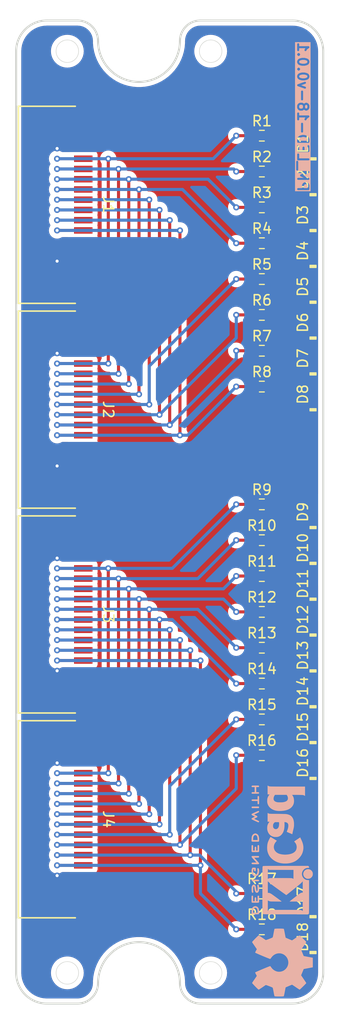
<source format=kicad_pcb>
(kicad_pcb (version 20240108) (generator "pcbnew") (generator_version "8.0")
  (title_block (title "${article} v${version}"))
  (layers (0 "F.Cu" signal) (31 "B.Cu" signal) (34 "B.Paste" user) (35 "F.Paste" user) (36 "B.SilkS" user "B.Silkscreen") (37 "F.SilkS" user "F.Silkscreen") (38 "B.Mask" user) (39 "F.Mask" user) (44 "Edge.Cuts" user))
  (property "article" "PM_LED-18")
  (property "version" "0.0.1")
  (net 0 "")
  (net 1 "GND")
  (net 2 "Net-(D9-A)")
  (net 3 "Net-(D10-A)")
  (net 4 "Net-(D1-A)")
  (net 5 "Net-(D2-A)")
  (net 6 "Net-(D3-A)")
  (net 7 "Net-(D4-A)")
  (net 8 "Net-(D5-A)")
  (net 9 "Net-(D6-A)")
  (net 10 "Net-(D7-A)")
  (net 11 "Net-(D8-A)")
  (net 12 "Net-(D11-A)")
  (net 13 "Net-(D12-A)")
  (net 14 "Net-(D13-A)")
  (net 15 "Net-(D14-A)")
  (net 16 "Net-(D15-A)")
  (net 17 "Net-(D16-A)")
  (net 18 "Net-(D17-A)")
  (net 19 "Net-(D18-A)")
  (net 20 "/LEDa.2")
  (net 21 "/LEDa.3")
  (net 22 "/LEDa.4")
  (net 23 "/LEDa.7")
  (net 24 "/LEDa.5")
  (net 25 "/LEDa.0")
  (net 26 "/LEDa.1")
  (net 27 "/LEDa.6")
  (net 32 "/LEDb.6")
  (net 33 "/LEDc.0")
  (net 34 "/LEDb.0")
  (net 35 "/LEDb.2")
  (net 36 "/LEDb.5")
  (net 37 "/LEDb.1")
  (net 38 "/LEDc.1")
  (net 39 "/LEDb.4")
  (net 40 "/LEDb.7")
  (net 41 "/LEDb.3")
  (footprint "Resistor_SMD:R_0603_1608Metric" (layer "F.Cu") (at 74.8 78.05)
    (property "Reference" "R5" (at 0 -1.43 0) (layer "F.SilkS"))
    (property "Value" "R")
    (pad "1" smd roundrect (at -0.825 0) (size 0.8 0.95) (layers "F.Cu" "F.Paste" "F.Mask") (net 22 "/LEDa.4"))
    (pad "2" smd roundrect (at 0.825 0) (size 0.8 0.95) (layers "F.Cu" "F.Paste" "F.Mask") (net 8 "Net-(D5-A)"))
  )
  (footprint "kicad_inventree_lib:XL-1606" (layer "F.Cu") (at 79.8 111.3 90)
    (property "Reference" "D12" (at 0 -1 90) (layer "F.SilkS"))
    (property "Value" "XL-1606SYGC" (hide yes))
    (pad "1" smd rect (at -0.815 0 90) (size 0.77 0.48) (layers "F.Cu" "F.Paste" "F.Mask") (net 1 "GND"))
    (pad "2" smd rect (at 0.815 0 90) (size 0.77 0.48) (layers "F.Cu" "F.Paste" "F.Mask") (net 13 "Net-(D12-A)"))
  )
  (footprint "Resistor_SMD:R_0603_1608Metric" (layer "F.Cu") (at 74.8 103.55)
    (property "Reference" "R10" (at 0 -1.43 0) (layer "F.SilkS"))
    (property "Value" "R")
    (pad "1" smd roundrect (at -0.825 0) (size 0.8 0.95) (layers "F.Cu" "F.Paste" "F.Mask") (net 37 "/LEDb.1"))
    (pad "2" smd roundrect (at 0.825 0) (size 0.8 0.95) (layers "F.Cu" "F.Paste" "F.Mask") (net 3 "Net-(D10-A)"))
  )
  (footprint "kicad_inventree_lib:MountingHole_M2" (layer "F.Cu") (at 55.8 145.8)
    (property "Reference" "H4" (hide yes))
    (property "Value" "MountingHole_M2")
    (fp_circle (center 0 0) (end 1.1 0) (stroke (width 0.05)) (fill none) (layer "Edge.Cuts"))
  )
  (footprint "kicad_inventree_lib:XL-1606" (layer "F.Cu") (at 79.8 68.3 90)
    (property "Reference" "D2" (at 0 -1 90) (layer "F.SilkS"))
    (property "Value" "XL-1606SYGC" (hide yes))
    (pad "1" smd rect (at -0.815 0 90) (size 0.77 0.48) (layers "F.Cu" "F.Paste" "F.Mask") (net 1 "GND"))
    (pad "2" smd rect (at 0.815 0 90) (size 0.77 0.48) (layers "F.Cu" "F.Paste" "F.Mask") (net 5 "Net-(D2-A)"))
  )
  (footprint "kicad_inventree_lib:XL-1606" (layer "F.Cu") (at 79.8 71.8 90)
    (property "Reference" "D3" (at 0 -1 90) (layer "F.SilkS"))
    (property "Value" "XL-1606SYGC" (hide yes))
    (pad "1" smd rect (at -0.815 0 90) (size 0.77 0.48) (layers "F.Cu" "F.Paste" "F.Mask") (net 1 "GND"))
    (pad "2" smd rect (at 0.815 0 90) (size 0.77 0.48) (layers "F.Cu" "F.Paste" "F.Mask") (net 6 "Net-(D3-A)"))
  )
  (footprint "Resistor_SMD:R_0603_1608Metric" (layer "F.Cu") (at 74.8 100.05)
    (property "Reference" "R9" (at 0 -1.43 0) (layer "F.SilkS"))
    (property "Value" "R")
    (pad "1" smd roundrect (at -0.825 0) (size 0.8 0.95) (layers "F.Cu" "F.Paste" "F.Mask") (net 34 "/LEDb.0"))
    (pad "2" smd roundrect (at 0.825 0) (size 0.8 0.95) (layers "F.Cu" "F.Paste" "F.Mask") (net 2 "Net-(D9-A)"))
  )
  (footprint "Resistor_SMD:R_0603_1608Metric" (layer "F.Cu") (at 74.8 71.05)
    (property "Reference" "R3" (at 0 -1.43 0) (layer "F.SilkS"))
    (property "Value" "R")
    (pad "1" smd roundrect (at -0.825 0) (size 0.8 0.95) (layers "F.Cu" "F.Paste" "F.Mask") (net 20 "/LEDa.2"))
    (pad "2" smd roundrect (at 0.825 0) (size 0.8 0.95) (layers "F.Cu" "F.Paste" "F.Mask") (net 6 "Net-(D3-A)"))
  )
  (footprint "Resistor_SMD:R_0603_1608Metric" (layer "F.Cu") (at 74.8 74.55)
    (property "Reference" "R4" (at 0 -1.43 0) (layer "F.SilkS"))
    (property "Value" "R")
    (pad "1" smd roundrect (at -0.825 0) (size 0.8 0.95) (layers "F.Cu" "F.Paste" "F.Mask") (net 21 "/LEDa.3"))
    (pad "2" smd roundrect (at 0.825 0) (size 0.8 0.95) (layers "F.Cu" "F.Paste" "F.Mask") (net 7 "Net-(D4-A)"))
  )
  (footprint "kicad_inventree_lib:CONN10_AFA07-S12_JUS" (layer "F.Cu") (at 53.8 70.8 -90)
    (property "Reference" "J1" (at 0 -6 -90) (layer "F.SilkS"))
    (property "Value" "AFA07-S12FCC-00")
    (pad "1" smd rect (at -5.499992 -3.556 270) (size 0.635 1.8034) (layers "F.Cu" "F.Paste" "F.Mask") (net 1 "GND"))
    (pad "2" smd rect (at -4.499994 -3.556 270) (size 0.635 1.8034) (layers "F.Cu" "F.Paste" "F.Mask") (net 25 "/LEDa.0"))
    (pad "3" smd rect (at -3.499996 -3.556 270) (size 0.635 1.8034) (layers "F.Cu" "F.Paste" "F.Mask") (net 26 "/LEDa.1"))
    (pad "4" smd rect (at -2.499998 -3.556 270) (size 0.635 1.8034) (layers "F.Cu" "F.Paste" "F.Mask") (net 20 "/LEDa.2"))
    (pad "5" smd rect (at -1.5 -3.556 270) (size 0.635 1.8034) (layers "F.Cu" "F.Paste" "F.Mask") (net 21 "/LEDa.3"))
    (pad "6" smd rect (at -0.5 -3.556 270) (size 0.635 1.8034) (layers "F.Cu" "F.Paste" "F.Mask") (net 22 "/LEDa.4"))
    (pad "7" smd rect (at 0.5 -3.556 270) (size 0.635 1.8034) (layers "F.Cu" "F.Paste" "F.Mask") (net 24 "/LEDa.5"))
    (pad "8" smd rect (at 1.5 -3.556 270) (size 0.635 1.8034) (layers "F.Cu" "F.Paste" "F.Mask") (net 27 "/LEDa.6"))
    (pad "9" smd rect (at 2.499998 -3.556 270) (size 0.635 1.8034) (layers "F.Cu" "F.Paste" "F.Mask") (net 23 "/LEDa.7"))
    (pad "10" smd rect (at 3.499996 -3.556 270) (size 0.635 1.8034) (layers "F.Cu" "F.Paste" "F.Mask"))
    (pad "11" smd rect (at 4.499994 -3.556 270) (size 0.635 1.8034) (layers "F.Cu" "F.Paste" "F.Mask"))
    (pad "12" smd rect (at 5.499992 -3.556 270) (size 0.635 1.8034) (layers "F.Cu" "F.Paste" "F.Mask") (net 1 "GND"))
    (pad "13" smd rect (at -7.850003 -1.385999 270) (size 2.5908 2.9972) (layers "F.Cu" "F.Paste" "F.Mask") (net 1 "GND"))
    (pad "13" smd rect (at 7.850003 -1.385999 270) (size 2.5908 2.9972) (layers "F.Cu" "F.Paste" "F.Mask") (net 1 "GND"))
  )
  (footprint "Resistor_SMD:R_0603_1608Metric" (layer "F.Cu") (at 74.8 110.55)
    (property "Reference" "R12" (at 0 -1.43 0) (layer "F.SilkS"))
    (property "Value" "R")
    (pad "1" smd roundrect (at -0.825 0) (size 0.8 0.95) (layers "F.Cu" "F.Paste" "F.Mask") (net 41 "/LEDb.3"))
    (pad "2" smd roundrect (at 0.825 0) (size 0.8 0.95) (layers "F.Cu" "F.Paste" "F.Mask") (net 13 "Net-(D12-A)"))
  )
  (footprint "kicad_inventree_lib:XL-1606" (layer "F.Cu") (at 79.8 104.3 90)
    (property "Reference" "D10" (at 0 -1 90) (layer "F.SilkS"))
    (property "Value" "XL-1606SYGC" (hide yes))
    (pad "1" smd rect (at -0.815 0 90) (size 0.77 0.48) (layers "F.Cu" "F.Paste" "F.Mask") (net 1 "GND"))
    (pad "2" smd rect (at 0.815 0 90) (size 0.77 0.48) (layers "F.Cu" "F.Paste" "F.Mask") (net 3 "Net-(D10-A)"))
  )
  (footprint "Resistor_SMD:R_0603_1608Metric" (layer "F.Cu") (at 74.8 117.55)
    (property "Reference" "R14" (at 0 -1.43 0) (layer "F.SilkS"))
    (property "Value" "R")
    (pad "1" smd roundrect (at -0.825 0) (size 0.8 0.95) (layers "F.Cu" "F.Paste" "F.Mask") (net 36 "/LEDb.5"))
    (pad "2" smd roundrect (at 0.825 0) (size 0.8 0.95) (layers "F.Cu" "F.Paste" "F.Mask") (net 15 "Net-(D14-A)"))
  )
  (footprint "kicad_inventree_lib:XL-1606" (layer "F.Cu") (at 79.8 89.3 90)
    (property "Reference" "D8" (at 0 -1 90) (layer "F.SilkS"))
    (property "Value" "XL-1606SYGC" (hide yes))
    (pad "1" smd rect (at -0.815 0 90) (size 0.77 0.48) (layers "F.Cu" "F.Paste" "F.Mask") (net 1 "GND"))
    (pad "2" smd rect (at 0.815 0 90) (size 0.77 0.48) (layers "F.Cu" "F.Paste" "F.Mask") (net 11 "Net-(D8-A)"))
  )
  (footprint "kicad_inventree_lib:XL-1606" (layer "F.Cu") (at 79.8 138.8 90)
    (property "Reference" "D17" (at 0 -1 90) (layer "F.SilkS"))
    (property "Value" "XL-1606SYGC" (hide yes))
    (pad "1" smd rect (at -0.815 0 90) (size 0.77 0.48) (layers "F.Cu" "F.Paste" "F.Mask") (net 1 "GND"))
    (pad "2" smd rect (at 0.815 0 90) (size 0.77 0.48) (layers "F.Cu" "F.Paste" "F.Mask") (net 18 "Net-(D17-A)"))
  )
  (footprint "Resistor_SMD:R_0603_1608Metric" (layer "F.Cu") (at 74.8 138.05)
    (property "Reference" "R17" (at 0 -1.43 0) (layer "F.SilkS"))
    (property "Value" "R")
    (pad "1" smd roundrect (at -0.825 0) (size 0.8 0.95) (layers "F.Cu" "F.Paste" "F.Mask") (net 33 "/LEDc.0"))
    (pad "2" smd roundrect (at 0.825 0) (size 0.8 0.95) (layers "F.Cu" "F.Paste" "F.Mask") (net 18 "Net-(D17-A)"))
  )
  (footprint "kicad_inventree_lib:XL-1606" (layer "F.Cu") (at 79.8 100.8 90)
    (property "Reference" "D9" (at 0 -1 90) (layer "F.SilkS"))
    (property "Value" "XL-1606SYGC" (hide yes))
    (pad "1" smd rect (at -0.815 0 90) (size 0.77 0.48) (layers "F.Cu" "F.Paste" "F.Mask") (net 1 "GND"))
    (pad "2" smd rect (at 0.815 0 90) (size 0.77 0.48) (layers "F.Cu" "F.Paste" "F.Mask") (net 2 "Net-(D9-A)"))
  )
  (footprint "Resistor_SMD:R_0603_1608Metric" (layer "F.Cu") (at 74.8 85.05)
    (property "Reference" "R7" (at 0 -1.43 0) (layer "F.SilkS"))
    (property "Value" "R")
    (pad "1" smd roundrect (at -0.825 0) (size 0.8 0.95) (layers "F.Cu" "F.Paste" "F.Mask") (net 27 "/LEDa.6"))
    (pad "2" smd roundrect (at 0.825 0) (size 0.8 0.95) (layers "F.Cu" "F.Paste" "F.Mask") (net 10 "Net-(D7-A)"))
  )
  (footprint "Resistor_SMD:R_0603_1608Metric" (layer "F.Cu") (at 74.8 141.55)
    (property "Reference" "R18" (at 0 -1.43 0) (layer "F.SilkS"))
    (property "Value" "R")
    (pad "1" smd roundrect (at -0.825 0) (size 0.8 0.95) (layers "F.Cu" "F.Paste" "F.Mask") (net 38 "/LEDc.1"))
    (pad "2" smd roundrect (at 0.825 0) (size 0.8 0.95) (layers "F.Cu" "F.Paste" "F.Mask") (net 19 "Net-(D18-A)"))
  )
  (footprint "kicad_inventree_lib:MountingHole_M2" (layer "F.Cu") (at 69.8 145.8)
    (property "Reference" "H3" (hide yes))
    (property "Value" "MountingHole_M2")
    (fp_circle (center 0 0) (end 1.1 0) (stroke (width 0.05)) (fill none) (layer "Edge.Cuts"))
  )
  (footprint "Resistor_SMD:R_0603_1608Metric" (layer "F.Cu") (at 74.8 121.05)
    (property "Reference" "R15" (at 0 -1.43 0) (layer "F.SilkS"))
    (property "Value" "R")
    (pad "1" smd roundrect (at -0.825 0) (size 0.8 0.95) (layers "F.Cu" "F.Paste" "F.Mask") (net 32 "/LEDb.6"))
    (pad "2" smd roundrect (at 0.825 0) (size 0.8 0.95) (layers "F.Cu" "F.Paste" "F.Mask") (net 16 "Net-(D15-A)"))
  )
  (footprint "Resistor_SMD:R_0603_1608Metric" (layer "F.Cu") (at 74.8 124.55)
    (property "Reference" "R16" (at 0 -1.43 0) (layer "F.SilkS"))
    (property "Value" "R")
    (pad "1" smd roundrect (at -0.825 0) (size 0.8 0.95) (layers "F.Cu" "F.Paste" "F.Mask") (net 40 "/LEDb.7"))
    (pad "2" smd roundrect (at 0.825 0) (size 0.8 0.95) (layers "F.Cu" "F.Paste" "F.Mask") (net 17 "Net-(D16-A)"))
  )
  (footprint "kicad_inventree_lib:XL-1606" (layer "F.Cu") (at 79.8 107.8 90)
    (property "Reference" "D11" (at 0 -1 90) (layer "F.SilkS"))
    (property "Value" "XL-1606SYGC" (hide yes))
    (pad "1" smd rect (at -0.815 0 90) (size 0.77 0.48) (layers "F.Cu" "F.Paste" "F.Mask") (net 1 "GND"))
    (pad "2" smd rect (at 0.815 0 90) (size 0.77 0.48) (layers "F.Cu" "F.Paste" "F.Mask") (net 12 "Net-(D11-A)"))
  )
  (footprint "kicad_inventree_lib:XL-1606" (layer "F.Cu") (at 79.8 85.8 90)
    (property "Reference" "D7" (at 0 -1 90) (layer "F.SilkS"))
    (property "Value" "XL-1606SYGC" (hide yes))
    (pad "1" smd rect (at -0.815 0 90) (size 0.77 0.48) (layers "F.Cu" "F.Paste" "F.Mask") (net 1 "GND"))
    (pad "2" smd rect (at 0.815 0 90) (size 0.77 0.48) (layers "F.Cu" "F.Paste" "F.Mask") (net 10 "Net-(D7-A)"))
  )
  (footprint "kicad_inventree_lib:XL-1606" (layer "F.Cu") (at 79.8 64.8 90)
    (property "Reference" "D1" (at 0 -1 90) (layer "F.SilkS"))
    (property "Value" "XL-1606SYGC" (hide yes))
    (pad "1" smd rect (at -0.815 0 90) (size 0.77 0.48) (layers "F.Cu" "F.Paste" "F.Mask") (net 1 "GND"))
    (pad "2" smd rect (at 0.815 0 90) (size 0.77 0.48) (layers "F.Cu" "F.Paste" "F.Mask") (net 4 "Net-(D1-A)"))
  )
  (footprint "kicad_inventree_lib:XL-1606" (layer "F.Cu") (at 79.8 75.3 90)
    (property "Reference" "D4" (at 0 -1 90) (layer "F.SilkS"))
    (property "Value" "XL-1606SYGC" (hide yes))
    (pad "1" smd rect (at -0.815 0 90) (size 0.77 0.48) (layers "F.Cu" "F.Paste" "F.Mask") (net 1 "GND"))
    (pad "2" smd rect (at 0.815 0 90) (size 0.77 0.48) (layers "F.Cu" "F.Paste" "F.Mask") (net 7 "Net-(D4-A)"))
  )
  (footprint "Resistor_SMD:R_0603_1608Metric" (layer "F.Cu") (at 74.8 88.55)
    (property "Reference" "R8" (at 0 -1.43 0) (layer "F.SilkS"))
    (property "Value" "R")
    (pad "1" smd roundrect (at -0.825 0) (size 0.8 0.95) (layers "F.Cu" "F.Paste" "F.Mask") (net 23 "/LEDa.7"))
    (pad "2" smd roundrect (at 0.825 0) (size 0.8 0.95) (layers "F.Cu" "F.Paste" "F.Mask") (net 11 "Net-(D8-A)"))
  )
  (footprint "kicad_inventree_lib:XL-1606" (layer "F.Cu") (at 79.8 125.3 90)
    (property "Reference" "D16" (at 0 -1 90) (layer "F.SilkS"))
    (property "Value" "XL-1606SYGC" (hide yes))
    (pad "1" smd rect (at -0.815 0 90) (size 0.77 0.48) (layers "F.Cu" "F.Paste" "F.Mask") (net 1 "GND"))
    (pad "2" smd rect (at 0.815 0 90) (size 0.77 0.48) (layers "F.Cu" "F.Paste" "F.Mask") (net 17 "Net-(D16-A)"))
  )
  (footprint "Resistor_SMD:R_0603_1608Metric" (layer "F.Cu") (at 74.8 107.05)
    (property "Reference" "R11" (at 0 -1.43 0) (layer "F.SilkS"))
    (property "Value" "R")
    (pad "1" smd roundrect (at -0.825 0) (size 0.8 0.95) (layers "F.Cu" "F.Paste" "F.Mask") (net 35 "/LEDb.2"))
    (pad "2" smd roundrect (at 0.825 0) (size 0.8 0.95) (layers "F.Cu" "F.Paste" "F.Mask") (net 12 "Net-(D11-A)"))
  )
  (footprint "Resistor_SMD:R_0603_1608Metric" (layer "F.Cu") (at 74.8 81.55)
    (property "Reference" "R6" (at 0 -1.43 0) (layer "F.SilkS"))
    (property "Value" "R")
    (pad "1" smd roundrect (at -0.825 0) (size 0.8 0.95) (layers "F.Cu" "F.Paste" "F.Mask") (net 24 "/LEDa.5"))
    (pad "2" smd roundrect (at 0.825 0) (size 0.8 0.95) (layers "F.Cu" "F.Paste" "F.Mask") (net 9 "Net-(D6-A)"))
  )
  (footprint "Resistor_SMD:R_0603_1608Metric" (layer "F.Cu") (at 74.8 114.05)
    (property "Reference" "R13" (at 0 -1.43 0) (layer "F.SilkS"))
    (property "Value" "R")
    (pad "1" smd roundrect (at -0.825 0) (size 0.8 0.95) (layers "F.Cu" "F.Paste" "F.Mask") (net 39 "/LEDb.4"))
    (pad "2" smd roundrect (at 0.825 0) (size 0.8 0.95) (layers "F.Cu" "F.Paste" "F.Mask") (net 14 "Net-(D13-A)"))
  )
  (footprint "kicad_inventree_lib:MountingHole_M2" (layer "F.Cu") (at 69.8 55.8)
    (property "Reference" "H1" (hide yes))
    (property "Value" "MountingHole_M2")
    (fp_circle (center 0 0) (end 1.1 0) (stroke (width 0.05)) (fill none) (layer "Edge.Cuts"))
  )
  (footprint "kicad_inventree_lib:XL-1606" (layer "F.Cu") (at 79.8 121.8 90)
    (property "Reference" "D15" (at 0 -1 90) (layer "F.SilkS"))
    (property "Value" "XL-1606SYGC" (hide yes))
    (pad "1" smd rect (at -0.815 0 90) (size 0.77 0.48) (layers "F.Cu" "F.Paste" "F.Mask") (net 1 "GND"))
    (pad "2" smd rect (at 0.815 0 90) (size 0.77 0.48) (layers "F.Cu" "F.Paste" "F.Mask") (net 16 "Net-(D15-A)"))
  )
  (footprint "kicad_inventree_lib:CONN10_AFA07-S12_JUS" (layer "F.Cu") (at 53.8 110.8 -90)
    (property "Reference" "J3" (at 0 -6 -90) (layer "F.SilkS"))
    (property "Value" "AFA07-S12FCC-00")
    (pad "1" smd rect (at -5.499992 -3.556 270) (size 0.635 1.8034) (layers "F.Cu" "F.Paste" "F.Mask") (net 1 "GND"))
    (pad "2" smd rect (at -4.499994 -3.556 270) (size 0.635 1.8034) (layers "F.Cu" "F.Paste" "F.Mask") (net 34 "/LEDb.0"))
    (pad "3" smd rect (at -3.499996 -3.556 270) (size 0.635 1.8034) (layers "F.Cu" "F.Paste" "F.Mask") (net 37 "/LEDb.1"))
    (pad "4" smd rect (at -2.499998 -3.556 270) (size 0.635 1.8034) (layers "F.Cu" "F.Paste" "F.Mask") (net 35 "/LEDb.2"))
    (pad "5" smd rect (at -1.5 -3.556 270) (size 0.635 1.8034) (layers "F.Cu" "F.Paste" "F.Mask") (net 41 "/LEDb.3"))
    (pad "6" smd rect (at -0.5 -3.556 270) (size 0.635 1.8034) (layers "F.Cu" "F.Paste" "F.Mask") (net 39 "/LEDb.4"))
    (pad "7" smd rect (at 0.5 -3.556 270) (size 0.635 1.8034) (layers "F.Cu" "F.Paste" "F.Mask") (net 36 "/LEDb.5"))
    (pad "8" smd rect (at 1.5 -3.556 270) (size 0.635 1.8034) (layers "F.Cu" "F.Paste" "F.Mask") (net 32 "/LEDb.6"))
    (pad "9" smd rect (at 2.499998 -3.556 270) (size 0.635 1.8034) (layers "F.Cu" "F.Paste" "F.Mask") (net 40 "/LEDb.7"))
    (pad "10" smd rect (at 3.499996 -3.556 270) (size 0.635 1.8034) (layers "F.Cu" "F.Paste" "F.Mask") (net 33 "/LEDc.0"))
    (pad "11" smd rect (at 4.499994 -3.556 270) (size 0.635 1.8034) (layers "F.Cu" "F.Paste" "F.Mask") (net 38 "/LEDc.1"))
    (pad "12" smd rect (at 5.499992 -3.556 270) (size 0.635 1.8034) (layers "F.Cu" "F.Paste" "F.Mask") (net 1 "GND"))
    (pad "13" smd rect (at -7.850003 -1.385999 270) (size 2.5908 2.9972) (layers "F.Cu" "F.Paste" "F.Mask") (net 1 "GND"))
    (pad "13" smd rect (at 7.850003 -1.385999 270) (size 2.5908 2.9972) (layers "F.Cu" "F.Paste" "F.Mask") (net 1 "GND"))
  )
  (footprint "Resistor_SMD:R_0603_1608Metric" (layer "F.Cu") (at 74.8 64.05)
    (property "Reference" "R1" (at 0 -1.43 0) (layer "F.SilkS"))
    (property "Value" "R")
    (pad "1" smd roundrect (at -0.825 0) (size 0.8 0.95) (layers "F.Cu" "F.Paste" "F.Mask") (net 25 "/LEDa.0"))
    (pad "2" smd roundrect (at 0.825 0) (size 0.8 0.95) (layers "F.Cu" "F.Paste" "F.Mask") (net 4 "Net-(D1-A)"))
  )
  (footprint "kicad_inventree_lib:XL-1606" (layer "F.Cu") (at 79.8 142.3 90)
    (property "Reference" "D18" (at 0 -1 90) (layer "F.SilkS"))
    (property "Value" "XL-1606SYGC" (hide yes))
    (pad "1" smd rect (at -0.815 0 90) (size 0.77 0.48) (layers "F.Cu" "F.Paste" "F.Mask") (net 1 "GND"))
    (pad "2" smd rect (at 0.815 0 90) (size 0.77 0.48) (layers "F.Cu" "F.Paste" "F.Mask") (net 19 "Net-(D18-A)"))
  )
  (footprint "Resistor_SMD:R_0603_1608Metric" (layer "F.Cu") (at 74.8 67.55)
    (property "Reference" "R2" (at 0 -1.43 0) (layer "F.SilkS"))
    (property "Value" "R")
    (pad "1" smd roundrect (at -0.825 0) (size 0.8 0.95) (layers "F.Cu" "F.Paste" "F.Mask") (net 26 "/LEDa.1"))
    (pad "2" smd roundrect (at 0.825 0) (size 0.8 0.95) (layers "F.Cu" "F.Paste" "F.Mask") (net 5 "Net-(D2-A)"))
  )
  (footprint "kicad_inventree_lib:CONN10_AFA07-S12_JUS" (layer "F.Cu") (at 53.8 90.8 -90)
    (property "Reference" "J2" (at 0 -6 -90) (layer "F.SilkS"))
    (property "Value" "AFA07-S12FCC-00")
    (pad "1" smd rect (at -5.499992 -3.556 270) (size 0.635 1.8034) (layers "F.Cu" "F.Paste" "F.Mask") (net 1 "GND"))
    (pad "2" smd rect (at -4.499994 -3.556 270) (size 0.635 1.8034) (layers "F.Cu" "F.Paste" "F.Mask") (net 25 "/LEDa.0"))
    (pad "3" smd rect (at -3.499996 -3.556 270) (size 0.635 1.8034) (layers "F.Cu" "F.Paste" "F.Mask") (net 26 "/LEDa.1"))
    (pad "4" smd rect (at -2.499998 -3.556 270) (size 0.635 1.8034) (layers "F.Cu" "F.Paste" "F.Mask") (net 20 "/LEDa.2"))
    (pad "5" smd rect (at -1.5 -3.556 270) (size 0.635 1.8034) (layers "F.Cu" "F.Paste" "F.Mask") (net 21 "/LEDa.3"))
    (pad "6" smd rect (at -0.5 -3.556 270) (size 0.635 1.8034) (layers "F.Cu" "F.Paste" "F.Mask") (net 22 "/LEDa.4"))
    (pad "7" smd rect (at 0.5 -3.556 270) (size 0.635 1.8034) (layers "F.Cu" "F.Paste" "F.Mask") (net 24 "/LEDa.5"))
    (pad "8" smd rect (at 1.5 -3.556 270) (size 0.635 1.8034) (layers "F.Cu" "F.Paste" "F.Mask") (net 27 "/LEDa.6"))
    (pad "9" smd rect (at 2.499998 -3.556 270) (size 0.635 1.8034) (layers "F.Cu" "F.Paste" "F.Mask") (net 23 "/LEDa.7"))
    (pad "10" smd rect (at 3.499996 -3.556 270) (size 0.635 1.8034) (layers "F.Cu" "F.Paste" "F.Mask"))
    (pad "11" smd rect (at 4.499994 -3.556 270) (size 0.635 1.8034) (layers "F.Cu" "F.Paste" "F.Mask"))
    (pad "12" smd rect (at 5.499992 -3.556 270) (size 0.635 1.8034) (layers "F.Cu" "F.Paste" "F.Mask") (net 1 "GND"))
    (pad "13" smd rect (at -7.850003 -1.385999 270) (size 2.5908 2.9972) (layers "F.Cu" "F.Paste" "F.Mask") (net 1 "GND"))
    (pad "13" smd rect (at 7.850003 -1.385999 270) (size 2.5908 2.9972) (layers "F.Cu" "F.Paste" "F.Mask") (net 1 "GND"))
  )
  (footprint "kicad_inventree_lib:XL-1606" (layer "F.Cu") (at 79.8 118.3 90)
    (property "Reference" "D14" (at 0 -1 90) (layer "F.SilkS"))
    (property "Value" "XL-1606SYGC" (hide yes))
    (pad "1" smd rect (at -0.815 0 90) (size 0.77 0.48) (layers "F.Cu" "F.Paste" "F.Mask") (net 1 "GND"))
    (pad "2" smd rect (at 0.815 0 90) (size 0.77 0.48) (layers "F.Cu" "F.Paste" "F.Mask") (net 15 "Net-(D14-A)"))
  )
  (footprint "kicad_inventree_lib:XL-1606" (layer "F.Cu") (at 79.8 82.3 90)
    (property "Reference" "D6" (at 0 -1 90) (layer "F.SilkS"))
    (property "Value" "XL-1606SYGC" (hide yes))
    (pad "1" smd rect (at -0.815 0 90) (size 0.77 0.48) (layers "F.Cu" "F.Paste" "F.Mask") (net 1 "GND"))
    (pad "2" smd rect (at 0.815 0 90) (size 0.77 0.48) (layers "F.Cu" "F.Paste" "F.Mask") (net 9 "Net-(D6-A)"))
  )
  (footprint "kicad_inventree_lib:CONN10_AFA07-S12_JUS" (layer "F.Cu") (at 53.8 130.8 -90)
    (property "Reference" "J4" (at 0 -6 -90) (layer "F.SilkS"))
    (property "Value" "AFA07-S12FCC-00")
    (pad "1" smd rect (at -5.499992 -3.556 270) (size 0.635 1.8034) (layers "F.Cu" "F.Paste" "F.Mask") (net 1 "GND"))
    (pad "2" smd rect (at -4.499994 -3.556 270) (size 0.635 1.8034) (layers "F.Cu" "F.Paste" "F.Mask") (net 34 "/LEDb.0"))
    (pad "3" smd rect (at -3.499996 -3.556 270) (size 0.635 1.8034) (layers "F.Cu" "F.Paste" "F.Mask") (net 37 "/LEDb.1"))
    (pad "4" smd rect (at -2.499998 -3.556 270) (size 0.635 1.8034) (layers "F.Cu" "F.Paste" "F.Mask") (net 35 "/LEDb.2"))
    (pad "5" smd rect (at -1.5 -3.556 270) (size 0.635 1.8034) (layers "F.Cu" "F.Paste" "F.Mask") (net 41 "/LEDb.3"))
    (pad "6" smd rect (at -0.5 -3.556 270) (size 0.635 1.8034) (layers "F.Cu" "F.Paste" "F.Mask") (net 39 "/LEDb.4"))
    (pad "7" smd rect (at 0.5 -3.556 270) (size 0.635 1.8034) (layers "F.Cu" "F.Paste" "F.Mask") (net 36 "/LEDb.5"))
    (pad "8" smd rect (at 1.5 -3.556 270) (size 0.635 1.8034) (layers "F.Cu" "F.Paste" "F.Mask") (net 32 "/LEDb.6"))
    (pad "9" smd rect (at 2.499998 -3.556 270) (size 0.635 1.8034) (layers "F.Cu" "F.Paste" "F.Mask") (net 40 "/LEDb.7"))
    (pad "10" smd rect (at 3.499996 -3.556 270) (size 0.635 1.8034) (layers "F.Cu" "F.Paste" "F.Mask") (net 33 "/LEDc.0"))
    (pad "11" smd rect (at 4.499994 -3.556 270) (size 0.635 1.8034) (layers "F.Cu" "F.Paste" "F.Mask") (net 38 "/LEDc.1"))
    (pad "12" smd rect (at 5.499992 -3.556 270) (size 0.635 1.8034) (layers "F.Cu" "F.Paste" "F.Mask") (net 1 "GND"))
    (pad "13" smd rect (at -7.850003 -1.385999 270) (size 2.5908 2.9972) (layers "F.Cu" "F.Paste" "F.Mask") (net 1 "GND"))
    (pad "13" smd rect (at 7.850003 -1.385999 270) (size 2.5908 2.9972) (layers "F.Cu" "F.Paste" "F.Mask") (net 1 "GND"))
  )
  (footprint "kicad_inventree_lib:XL-1606" (layer "F.Cu") (at 79.8 114.8 90)
    (property "Reference" "D13" (at 0 -1 90) (layer "F.SilkS"))
    (property "Value" "XL-1606SYGC" (hide yes))
    (pad "1" smd rect (at -0.815 0 90) (size 0.77 0.48) (layers "F.Cu" "F.Paste" "F.Mask") (net 1 "GND"))
    (pad "2" smd rect (at 0.815 0 90) (size 0.77 0.48) (layers "F.Cu" "F.Paste" "F.Mask") (net 14 "Net-(D13-A)"))
  )
  (footprint "kicad_inventree_lib:XL-1606" (layer "F.Cu") (at 79.8 78.8 90)
    (property "Reference" "D5" (at 0 -1 90) (layer "F.SilkS"))
    (property "Value" "XL-1606SYGC" (hide yes))
    (pad "1" smd rect (at -0.815 0 90) (size 0.77 0.48) (layers "F.Cu" "F.Paste" "F.Mask") (net 1 "GND"))
    (pad "2" smd rect (at 0.815 0 90) (size 0.77 0.48) (layers "F.Cu" "F.Paste" "F.Mask") (net 8 "Net-(D5-A)"))
  )
  (footprint "kicad_inventree_lib:MountingHole_M2" (layer "F.Cu") (at 55.8 55.8)
    (property "Reference" "H2" (hide yes))
    (property "Value" "MountingHole_M2")
    (fp_circle (center 0 0) (end 1.1 0) (stroke (width 0.05)) (fill none) (layer "Edge.Cuts"))
  )
  (footprint "Symbol:OSHW-Symbol_6.7x6mm_SilkScreen" (layer "B.Cu") (at 76.8 144.8 90)
    (property "Reference" "REF**" (hide yes))
    (property "Value" "OSHW-Symbol_6.7x6mm_SilkScreen" (hide yes))
  )
  (footprint "Symbol:KiCad-Logo2_5mm_SilkScreen" (layer "B.Cu") (at 76.8 133.8 90)
    (property "Reference" "Logo_kicad" (hide yes))
    (property "Value" "KiCad-Logo2_5mm_SilkScreen" (hide yes))
  )
  (gr_line (start 80.795708 145.8) (end 80.795708 55.8) (stroke (width 0.2)) (layer "Edge.Cuts"))
  (gr_arc (start 50.8 55.8) (mid 51.67868 53.67868) (end 53.8 52.8) (stroke (width 0.2)) (layer "Edge.Cuts"))
  (gr_arc (start 58.8 146.8) (mid 62.8 142.8) (end 66.8 146.8) (stroke (width 0.2)) (layer "Edge.Cuts"))
  (gr_arc (start 56.8 52.8) (mid 58.214214 53.385786) (end 58.8 54.8) (stroke (width 0.2)) (layer "Edge.Cuts"))
  (gr_arc (start 80.795708 145.8) (mid 79.918285 147.918285) (end 77.8 148.795708) (stroke (width 0.2)) (layer "Edge.Cuts"))
  (gr_line (start 53.8 148.8) (end 56.8 148.8) (stroke (width 0.2)) (layer "Edge.Cuts"))
  (gr_arc (start 58.8 146.8) (mid 58.214214 148.214214) (end 56.8 148.8) (stroke (width 0.2)) (layer "Edge.Cuts"))
  (gr_arc (start 66.8 54.8) (mid 62.8 58.8) (end 58.8 54.8) (stroke (width 0.2)) (layer "Edge.Cuts"))
  (gr_line (start 50.8 55.8) (end 50.8 145.8) (stroke (width 0.2)) (layer "Edge.Cuts"))
  (gr_arc (start 53.8 148.8) (mid 51.67868 147.92132) (end 50.8 145.8) (stroke (width 0.2)) (layer "Edge.Cuts"))
  (gr_line (start 68.8 148.8) (end 77.8 148.8) (stroke (width 0.2)) (layer "Edge.Cuts"))
  (gr_line (start 68.8 52.8) (end 77.8 52.804292) (stroke (width 0.2)) (layer "Edge.Cuts"))
  (gr_arc (start 77.8 52.804292) (mid 79.918285 53.681715) (end 80.795708 55.8) (stroke (width 0.2)) (layer "Edge.Cuts"))
  (gr_line (start 53.8 52.8) (end 56.8 52.8) (stroke (width 0.2)) (layer "Edge.Cuts"))
  (gr_arc (start 66.8 54.8) (mid 67.385786 53.385786) (end 68.8 52.8) (stroke (width 0.2)) (layer "Edge.Cuts"))
  (gr_arc (start 68.8 148.8) (mid 67.385786 148.214214) (end 66.8 146.8) (stroke (width 0.2)) (layer "Edge.Cuts"))
  (gr_text "${article}-v${version}" (at 78.8 54.8 270) (layer "B.SilkS" knockout) (effects (font (size 1 1) (thickness 0.2) (bold yes)) (justify right mirror)))
  (segment (start 79.735 65.8) (end 79.8 65.735) (width 0.3) (layer "F.Cu") (net 1))
  (via (at 54.8 105.3) (size 0.6) (drill 0.3) (layers "F.Cu" "B.Cu") (net 1))
  (via (at 54.8 65.3) (size 0.6) (drill 0.3) (layers "F.Cu" "B.Cu") (net 1))
  (via (at 54.8 96.3) (size 0.6) (drill 0.3) (layers "F.Cu" "B.Cu") (net 1))
  (via (at 54.8 116.3) (size 0.6) (drill 0.3) (layers "F.Cu" "B.Cu") (net 1))
  (via (at 54.8 85.3) (size 0.6) (drill 0.3) (layers "F.Cu" "B.Cu") (net 1))
  (via (at 54.8 125.3) (size 0.6) (drill 0.3) (layers "F.Cu" "B.Cu") (net 1))
  (via (at 54.8 136.3) (size 0.6) (drill 0.3) (layers "F.Cu" "B.Cu") (net 1))
  (via (at 54.8 76.3) (size 0.6) (drill 0.3) (layers "F.Cu" "B.Cu") (net 1))
  (segment (start 79.735 100.05) (end 79.8 99.985) (width 0.3) (layer "F.Cu") (net 2))
  (segment (start 75.625 100.05) (end 79.735 100.05) (width 0.3) (layer "F.Cu") (net 2))
  (segment (start 79.735 103.55) (end 79.8 103.485) (width 0.3) (layer "F.Cu") (net 3))
  (segment (start 75.625 103.55) (end 79.735 103.55) (width 0.3) (layer "F.Cu") (net 3))
  (segment (start 79.735 64.05) (end 79.8 63.985) (width 0.3) (layer "F.Cu") (net 4))
  (segment (start 75.625 64.05) (end 79.735 64.05) (width 0.3) (layer "F.Cu") (net 4))
  (segment (start 79.735 67.55) (end 79.8 67.485) (width 0.3) (layer "F.Cu") (net 5))
  (segment (start 75.625 67.55) (end 79.735 67.55) (width 0.3) (layer "F.Cu") (net 5))
  (segment (start 79.735 71.05) (end 79.8 70.985) (width 0.3) (layer "F.Cu") (net 6))
  (segment (start 75.625 71.05) (end 79.735 71.05) (width 0.3) (layer "F.Cu") (net 6))
  (segment (start 79.735 74.55) (end 79.8 74.485) (width 0.3) (layer "F.Cu") (net 7))
  (segment (start 75.625 74.55) (end 79.735 74.55) (width 0.3) (layer "F.Cu") (net 7))
  (segment (start 79.735 78.05) (end 79.8 77.985) (width 0.3) (layer "F.Cu") (net 8))
  (segment (start 75.625 78.05) (end 79.735 78.05) (width 0.3) (layer "F.Cu") (net 8))
  (segment (start 79.735 81.55) (end 79.8 81.485) (width 0.3) (layer "F.Cu") (net 9))
  (segment (start 75.625 81.55) (end 79.735 81.55) (width 0.3) (layer "F.Cu") (net 9))
  (segment (start 79.735 85.05) (end 79.8 84.985) (width 0.3) (layer "F.Cu") (net 10))
  (segment (start 75.625 85.05) (end 79.735 85.05) (width 0.3) (layer "F.Cu") (net 10))
  (segment (start 79.735 88.55) (end 79.8 88.485) (width 0.3) (layer "F.Cu") (net 11))
  (segment (start 75.625 88.55) (end 79.735 88.55) (width 0.3) (layer "F.Cu") (net 11))
  (segment (start 79.735 107.05) (end 79.8 106.985) (width 0.3) (layer "F.Cu") (net 12))
  (segment (start 75.625 107.05) (end 79.735 107.05) (width 0.3) (layer "F.Cu") (net 12))
  (segment (start 79.735 110.55) (end 79.8 110.485) (width 0.3) (layer "F.Cu") (net 13))
  (segment (start 75.625 110.55) (end 79.735 110.55) (width 0.3) (layer "F.Cu") (net 13))
  (segment (start 75.625 114.05) (end 79.735 114.05) (width 0.3) (layer "F.Cu") (net 14))
  (segment (start 79.735 114.05) (end 79.8 113.985) (width 0.3) (layer "F.Cu") (net 14))
  (segment (start 75.625 117.55) (end 79.735 117.55) (width 0.3) (layer "F.Cu") (net 15))
  (segment (start 79.735 117.55) (end 79.8 117.485) (width 0.3) (layer "F.Cu") (net 15))
  (segment (start 75.625 121.05) (end 79.735 121.05) (width 0.3) (layer "F.Cu") (net 16))
  (segment (start 79.735 121.05) (end 79.8 120.985) (width 0.3) (layer "F.Cu") (net 16))
  (segment (start 75.625 124.55) (end 79.735 124.55) (width 0.3) (layer "F.Cu") (net 17))
  (segment (start 79.735 124.55) (end 79.8 124.485) (width 0.3) (layer "F.Cu") (net 17))
  (segment (start 79.735 138.05) (end 79.8 137.985) (width 0.3) (layer "F.Cu") (net 18))
  (segment (start 75.625 138.05) (end 79.735 138.05) (width 0.3) (layer "F.Cu") (net 18))
  (segment (start 75.625 141.55) (end 79.735 141.55) (width 0.3) (layer "F.Cu") (net 19))
  (segment (start 79.735 141.55) (end 79.8 141.485) (width 0.3) (layer "F.Cu") (net 19))
  (segment (start 72.3 71.05) (end 73.975 71.05) (width 0.3) (layer "F.Cu") (net 20))
  (segment (start 61.8 68.3) (end 61.8 88.3) (width 0.3) (layer "F.Cu") (net 20))
  (segment (start 54.8 68.3) (end 57.355994 68.3) (width 0.3) (layer "F.Cu") (net 20))
  (segment (start 54.8 88.3) (end 57.355994 88.3) (width 0.3) (layer "F.Cu") (net 20))
  (via (at 61.8 88.3) (size 0.6) (drill 0.3) (layers "F.Cu" "B.Cu") (net 20))
  (via (at 54.8 88.3) (size 0.6) (drill 0.3) (layers "F.Cu" "B.Cu") (net 20))
  (via (at 61.8 68.3) (size 0.6) (drill 0.3) (layers "F.Cu" "B.Cu") (net 20))
  (via (at 72.3 71.05) (size 0.6) (drill 0.3) (layers "F.Cu" "B.Cu") (net 20))
  (via (at 54.8 68.3) (size 0.6) (drill 0.3) (layers "F.Cu" "B.Cu") (net 20))
  (segment (start 69.55 68.3) (end 72.3 71.05) (width 0.3) (layer "B.Cu") (net 20))
  (segment (start 61.8 68.3) (end 54.8 68.3) (width 0.3) (layer "B.Cu") (net 20))
  (segment (start 61.8 88.3) (end 54.8 88.3) (width 0.3) (layer "B.Cu") (net 20))
  (segment (start 61.8 68.3) (end 69.55 68.3) (width 0.3) (layer "B.Cu") (net 20))
  (segment (start 62.8 69.3) (end 62.8 89.3) (width 0.3) (layer "F.Cu") (net 21))
  (segment (start 72.3 74.55) (end 73.975 74.55) (width 0.3) (layer "F.Cu") (net 21))
  (segment (start 54.8 89.3) (end 57.355994 89.3) (width 0.3) (layer "F.Cu") (net 21))
  (segment (start 54.8 69.3) (end 57.355994 69.3) (width 0.3) (layer "F.Cu") (net 21))
  (via (at 54.8 89.3) (size 0.6) (drill 0.3) (layers "F.Cu" "B.Cu") (net 21))
  (via (at 54.8 69.3) (size 0.6) (drill 0.3) (layers "F.Cu" "B.Cu") (net 21))
  (via (at 62.8 69.3) (size 0.6) (drill 0.3) (layers "F.Cu" "B.Cu") (net 21))
  (via (at 62.8 89.3) (size 0.6) (drill 0.3) (layers "F.Cu" "B.Cu") (net 21))
  (via (at 72.3 74.55) (size 0.6) (drill 0.3) (layers "F.Cu" "B.Cu") (net 21))
  (segment (start 62.8 69.3) (end 67.05 69.3) (width 0.3) (layer "B.Cu") (net 21))
  (segment (start 67.05 69.3) (end 72.3 74.55) (width 0.3) (layer "B.Cu") (net 21))
  (segment (start 62.8 89.3) (end 54.8 89.3) (width 0.3) (layer "B.Cu") (net 21))
  (segment (start 62.8 69.3) (end 54.8 69.3) (width 0.3) (layer "B.Cu") (net 21))
  (segment (start 63.8 70.3) (end 63.8 90.3) (width 0.3) (layer "F.Cu") (net 22))
  (segment (start 54.8 70.3) (end 57.355994 70.3) (width 0.3) (layer "F.Cu") (net 22))
  (segment (start 72.3 78.05) (end 73.975 78.05) (width 0.3) (layer "F.Cu") (net 22))
  (segment (start 54.8 90.3) (end 57.355994 90.3) (width 0.3) (layer "F.Cu") (net 22))
  (via (at 63.8 70.3) (size 0.6) (drill 0.3) (layers "F.Cu" "B.Cu") (net 22))
  (via (at 63.8 90.3) (size 0.6) (drill 0.3) (layers "F.Cu" "B.Cu") (net 22))
  (via (at 54.8 90.3) (size 0.6) (drill 0.3) (layers "F.Cu" "B.Cu") (net 22))
  (via (at 72.3 78.05) (size 0.6) (drill 0.3) (layers "F.Cu" "B.Cu") (net 22))
  (via (at 54.8 70.3) (size 0.6) (drill 0.3) (layers "F.Cu" "B.Cu") (net 22))
  (segment (start 63.8 86.55) (end 72.3 78.05) (width 0.3) (layer "B.Cu") (net 22))
  (segment (start 63.8 70.3) (end 54.8 70.3) (width 0.3) (layer "B.Cu") (net 22))
  (segment (start 63.8 90.3) (end 63.8 86.55) (width 0.3) (layer "B.Cu") (net 22))
  (segment (start 63.8 90.3) (end 54.8 90.3) (width 0.3) (layer "B.Cu") (net 22))
  (segment (start 54.8 73.3) (end 57.355994 73.3) (width 0.3) (layer "F.Cu") (net 23))
  (segment (start 66.8 73.3) (end 66.8 93.3) (width 0.3) (layer "F.Cu") (net 23))
  (segment (start 72.3 88.55) (end 73.975 88.55) (width 0.3) (layer "F.Cu") (net 23))
  (segment (start 54.8 93.3) (end 57.355994 93.3) (width 0.3) (layer "F.Cu") (net 23))
  (via (at 72.3 88.55) (size 0.6) (drill 0.3) (layers "F.Cu" "B.Cu") (net 23))
  (via (at 54.8 93.3) (size 0.6) (drill 0.3) (layers "F.Cu" "B.Cu") (net 23))
  (via (at 66.8 93.3) (size 0.6) (drill 0.3) (layers "F.Cu" "B.Cu") (net 23))
  (via (at 54.8 73.3) (size 0.6) (drill 0.3) (layers "F.Cu" "B.Cu") (net 23))
  (via (at 66.8 73.3) (size 0.6) (drill 0.3) (layers "F.Cu" "B.Cu") (net 23))
  (segment (start 66.8 93.3) (end 54.8 93.3) (width 0.3) (layer "B.Cu") (net 23))
  (segment (start 67.55 93.3) (end 72.3 88.55) (width 0.3) (layer "B.Cu") (net 23))
  (segment (start 66.8 93.3) (end 67.55 93.3) (width 0.3) (layer "B.Cu") (net 23))
  (segment (start 66.8 73.3) (end 54.8 73.3) (width 0.3) (layer "B.Cu") (net 23))
  (segment (start 72.3 81.55) (end 73.975 81.55) (width 0.3) (layer "F.Cu") (net 24))
  (segment (start 54.8 91.3) (end 57.355994 91.3) (width 0.3) (layer "F.Cu") (net 24))
  (segment (start 54.8 71.3) (end 57.355994 71.3) (width 0.3) (layer "F.Cu") (net 24))
  (segment (start 64.8 71.3) (end 64.8 91.3) (width 0.3) (layer "F.Cu") (net 24))
  (via (at 54.8 71.3) (size 0.6) (drill 0.3) (layers "F.Cu" "B.Cu") (net 24))
  (via (at 64.8 91.3) (size 0.6) (drill 0.3) (layers "F.Cu" "B.Cu") (net 24))
  (via (at 72.3 81.55) (size 0.6) (drill 0.3) (layers "F.Cu" "B.Cu") (net 24))
  (via (at 54.8 91.3) (size 0.6) (drill 0.3) (layers "F.Cu" "B.Cu") (net 24))
  (via (at 64.8 71.3) (size 0.6) (drill 0.3) (layers "F.Cu" "B.Cu") (net 24))
  (segment (start 64.8 91.3) (end 54.8 91.3) (width 0.3) (layer "B.Cu") (net 24))
  (segment (start 64.8 71.3) (end 54.8 71.3) (width 0.3) (layer "B.Cu") (net 24))
  (segment (start 72.3 83.8) (end 72.3 81.55) (width 0.3) (layer "B.Cu") (net 24))
  (segment (start 64.8 91.3) (end 72.3 83.8) (width 0.3) (layer "B.Cu") (net 24))
  (segment (start 72.3 64.05) (end 73.975 64.05) (width 0.3) (layer "F.Cu") (net 25))
  (segment (start 54.8 86.3) (end 57.355994 86.3) (width 0.3) (layer "F.Cu") (net 25))
  (segment (start 57.355994 66.3) (end 57.356 66.300006) (width 0.3) (layer "F.Cu") (net 25))
  (segment (start 59.8 66.3) (end 59.8 86.3) (width 0.3) (layer "F.Cu") (net 25))
  (segment (start 54.8 66.3) (end 57.355994 66.3) (width 0.3) (layer "F.Cu") (net 25))
  (via (at 59.8 66.3) (size 0.6) (drill 0.3) (layers "F.Cu" "B.Cu") (net 25))
  (via (at 54.8 66.3) (size 0.6) (drill 0.3) (layers "F.Cu" "B.Cu") (net 25))
  (via (at 54.8 86.3) (size 0.6) (drill 0.3) (layers "F.Cu" "B.Cu") (net 25))
  (via (at 59.8 86.3) (size 0.6) (drill 0.3) (layers "F.Cu" "B.Cu") (net 25))
  (via (at 72.3 64.05) (size 0.6) (drill 0.3) (layers "F.Cu" "B.Cu") (net 25))
  (segment (start 59.8 66.3) (end 54.8 66.3) (width 0.3) (layer "B.Cu") (net 25))
  (segment (start 59.8 66.3) (end 70.05 66.3) (width 0.3) (layer "B.Cu") (net 25))
  (segment (start 59.8 86.3) (end 54.8 86.3) (width 0.3) (layer "B.Cu") (net 25))
  (segment (start 70.05 66.3) (end 72.3 64.05) (width 0.3) (layer "B.Cu") (net 25))
  (segment (start 60.8 67.3) (end 60.8 87.3) (width 0.3) (layer "F.Cu") (net 26))
  (segment (start 54.8 87.3) (end 57.355994 87.3) (width 0.3) (layer "F.Cu") (net 26))
  (segment (start 54.8 67.3) (end 57.355994 67.3) (width 0.3) (layer "F.Cu") (net 26))
  (segment (start 72.3 67.55) (end 73.975 67.55) (width 0.3) (layer "F.Cu") (net 26))
  (via (at 60.8 87.3) (size 0.6) (drill 0.3) (layers "F.Cu" "B.Cu") (net 26))
  (via (at 60.8 67.3) (size 0.6) (drill 0.3) (layers "F.Cu" "B.Cu") (net 26))
  (via (at 54.8 87.3) (size 0.6) (drill 0.3) (layers "F.Cu" "B.Cu") (net 26))
  (via (at 54.8 67.3) (size 0.6) (drill 0.3) (layers "F.Cu" "B.Cu") (net 26))
  (via (at 72.3 67.55) (size 0.6) (drill 0.3) (layers "F.Cu" "B.Cu") (net 26))
  (segment (start 60.8 67.3) (end 72.05 67.3) (width 0.3) (layer "B.Cu") (net 26))
  (segment (start 72.05 67.3) (end 72.3 67.55) (width 0.3) (layer "B.Cu") (net 26))
  (segment (start 60.8 87.3) (end 54.8 87.3) (width 0.3) (layer "B.Cu") (net 26))
  (segment (start 60.8 67.3) (end 54.8 67.3) (width 0.3) (layer "B.Cu") (net 26))
  (segment (start 54.8 92.3) (end 57.355994 92.3) (width 0.3) (layer "F.Cu") (net 27))
  (segment (start 54.8 72.3) (end 57.355994 72.3) (width 0.3) (layer "F.Cu") (net 27))
  (segment (start 72.3 85.05) (end 73.975 85.05) (width 0.3) (layer "F.Cu") (net 27))
  (segment (start 65.8 72.3) (end 65.8 92.3) (width 0.3) (layer "F.Cu") (net 27))
  (via (at 65.8 72.3) (size 0.6) (drill 0.3) (layers "F.Cu" "B.Cu") (net 27))
  (via (at 65.8 92.3) (size 0.6) (drill 0.3) (layers "F.Cu" "B.Cu") (net 27))
  (via (at 54.8 72.3) (size 0.6) (drill 0.3) (layers "F.Cu" "B.Cu") (net 27))
  (via (at 54.8 92.3) (size 0.6) (drill 0.3) (layers "F.Cu" "B.Cu") (net 27))
  (via (at 72.3 85.05) (size 0.6) (drill 0.3) (layers "F.Cu" "B.Cu") (net 27))
  (segment (start 65.8 92.3) (end 72.3 85.8) (width 0.3) (layer "B.Cu") (net 27))
  (segment (start 65.8 72.3) (end 54.8 72.3) (width 0.3) (layer "B.Cu") (net 27))
  (segment (start 65.8 92.3) (end 54.8 92.3) (width 0.3) (layer "B.Cu") (net 27))
  (segment (start 72.3 85.8) (end 72.3 85.05) (width 0.3) (layer "B.Cu") (net 27))
  (segment (start 65.8 112.3) (end 65.8 132.3) (width 0.3) (layer "F.Cu") (net 32))
  (segment (start 54.8 132.3) (end 57.355994 132.3) (width 0.3) (layer "F.Cu") (net 32))
  (segment (start 72.3 121.05) (end 73.975 121.05) (width 0.3) (layer "F.Cu") (net 32))
  (segment (start 54.8 112.3) (end 57.355994 112.3) (width 0.3) (layer "F.Cu") (net 32))
  (via (at 54.8 112.3) (size 0.6) (drill 0.3) (layers "F.Cu" "B.Cu") (net 32))
  (via (at 65.8 132.3) (size 0.6) (drill 0.3) (layers "F.Cu" "B.Cu") (net 32))
  (via (at 65.8 112.3) (size 0.6) (drill 0.3) (layers "F.Cu" "B.Cu") (net 32))
  (via (at 72.3 121.05) (size 0.6) (drill 0.3) (layers "F.Cu" "B.Cu") (net 32))
  (via (at 54.8 132.3) (size 0.6) (drill 0.3) (layers "F.Cu" "B.Cu") (net 32))
  (segment (start 65.8 132.3) (end 65.8 127.55) (width 0.3) (layer "B.Cu") (net 32))
  (segment (start 65.8 127.55) (end 72.3 121.05) (width 0.3) (layer "B.Cu") (net 32))
  (segment (start 65.8 112.3) (end 54.8 112.3) (width 0.3) (layer "B.Cu") (net 32))
  (segment (start 65.8 132.3) (end 54.8 132.3) (width 0.3) (layer "B.Cu") (net 32))
  (segment (start 67.8 114.3) (end 67.8 134.3) (width 0.3) (layer "F.Cu") (net 33))
  (segment (start 54.8 134.3) (end 57.355994 134.3) (width 0.3) (layer "F.Cu") (net 33))
  (segment (start 54.8 114.3) (end 57.355994 114.3) (width 0.3) (layer "F.Cu") (net 33))
  (segment (start 72.3 138.05) (end 73.975 138.05) (width 0.3) (layer "F.Cu") (net 33))
  (via (at 67.8 134.3) (size 0.6) (drill 0.3) (layers "F.Cu" "B.Cu") (net 33))
  (via (at 67.8 114.3) (size 0.6) (drill 0.3) (layers "F.Cu" "B.Cu") (net 33))
  (via (at 54.8 134.3) (size 0.6) (drill 0.3) (layers "F.Cu" "B.Cu") (net 33))
  (via (at 54.8 114.3) (size 0.6) (drill 0.3) (layers "F.Cu" "B.Cu") (net 33))
  (via (at 72.3 138.05) (size 0.6) (drill 0.3) (layers "F.Cu" "B.Cu") (net 33))
  (segment (start 67.8 134.3) (end 68.719239 134.3) (width 0.3) (layer "B.Cu") (net 33))
  (segment (start 72.3 137.880761) (end 72.3 138.05) (width 0.3) (layer "B.Cu") (net 33))
  (segment (start 67.8 114.3) (end 54.8 114.3) (width 0.3) (layer "B.Cu") (net 33))
  (segment (start 68.719239 134.3) (end 72.3 137.880761) (width 0.3) (layer "B.Cu") (net 33))
  (segment (start 67.8 134.3) (end 54.8 134.3) (width 0.3) (layer "B.Cu") (net 33))
  (segment (start 59.8 106.3) (end 59.8 126.3) (width 0.3) (layer "F.Cu") (net 34))
  (segment (start 54.8 106.3) (end 57.355994 106.3) (width 0.3) (layer "F.Cu") (net 34))
  (segment (start 72.3 100.05) (end 73.975 100.05) (width 0.3) (layer "F.Cu") (net 34))
  (segment (start 54.8 126.3) (end 57.355994 126.3) (width 0.3) (layer "F.Cu") (net 34))
  (via (at 72.3 100.05) (size 0.6) (drill 0.3) (layers "F.Cu" "B.Cu") (net 34))
  (via (at 54.8 106.3) (size 0.6) (drill 0.3) (layers "F.Cu" "B.Cu") (net 34))
  (via (at 59.8 106.3) (size 0.6) (drill 0.3) (layers "F.Cu" "B.Cu") (net 34))
  (via (at 54.8 126.3) (size 0.6) (drill 0.3) (layers "F.Cu" "B.Cu") (net 34))
  (via (at 59.8 126.3) (size 0.6) (drill 0.3) (layers "F.Cu" "B.Cu") (net 34))
  (segment (start 59.8 126.3) (end 54.8 126.3) (width 0.3) (layer "B.Cu") (net 34))
  (segment (start 59.8 106.3) (end 54.8 106.3) (width 0.3) (layer "B.Cu") (net 34))
  (segment (start 59.8 106.3) (end 66.05 106.3) (width 0.3) (layer "B.Cu") (net 34))
  (segment (start 66.05 106.3) (end 72.3 100.05) (width 0.3) (layer "B.Cu") (net 34))
  (segment (start 61.8 108.3) (end 61.8 128.3) (width 0.3) (layer "F.Cu") (net 35))
  (segment (start 54.8 128.3) (end 57.355994 128.3) (width 0.3) (layer "F.Cu") (net 35))
  (segment (start 54.8 108.3) (end 57.355994 108.3) (width 0.3) (layer "F.Cu") (net 35))
  (segment (start 72.3 107.05) (end 73.975 107.05) (width 0.3) (layer "F.Cu") (net 35))
  (via (at 54.8 128.3) (size 0.6) (drill 0.3) (layers "F.Cu" "B.Cu") (net 35))
  (via (at 54.8 108.3) (size 0.6) (drill 0.3) (layers "F.Cu" "B.Cu") (net 35))
  (via (at 61.8 108.3) (size 0.6) (drill 0.3) (layers "F.Cu" "B.Cu") (net 35))
  (via (at 61.8 128.3) (size 0.6) (drill 0.3) (layers "F.Cu" "B.Cu") (net 35))
  (via (at 72.3 107.05) (size 0.6) (drill 0.3) (layers "F.Cu" "B.Cu") (net 35))
  (segment (start 61.8 108.3) (end 54.8 108.3) (width 0.3) (layer "B.Cu") (net 35))
  (segment (start 61.8 128.3) (end 54.8 128.3) (width 0.3) (layer "B.Cu") (net 35))
  (segment (start 61.8 108.3) (end 71.05 108.3) (width 0.3) (layer "B.Cu") (net 35))
  (segment (start 71.05 108.3) (end 72.3 107.05) (width 0.3) (layer "B.Cu") (net 35))
  (segment (start 72.3 117.55) (end 73.975 117.55) (width 0.3) (layer "F.Cu") (net 36))
  (segment (start 54.8 111.3) (end 57.355994 111.3) (width 0.3) (layer "F.Cu") (net 36))
  (segment (start 54.8 131.3) (end 57.355994 131.3) (width 0.3) (layer "F.Cu") (net 36))
  (segment (start 64.8 111.3) (end 64.8 131.3) (width 0.3) (layer "F.Cu") (net 36))
  (via (at 72.3 117.55) (size 0.6) (drill 0.3) (layers "F.Cu" "B.Cu") (net 36))
  (via (at 64.8 111.3) (size 0.6) (drill 0.3) (layers "F.Cu" "B.Cu") (net 36))
  (via (at 54.8 131.3) (size 0.6) (drill 0.3) (layers "F.Cu" "B.Cu") (net 36))
  (via (at 64.8 131.3) (size 0.6) (drill 0.3) (layers "F.Cu" "B.Cu") (net 36))
  (via (at 54.8 111.3) (size 0.6) (drill 0.3) (layers "F.Cu" "B.Cu") (net 36))
  (segment (start 64.8 111.3) (end 54.8 111.3) (width 0.3) (layer "B.Cu") (net 36))
  (segment (start 64.8 131.3) (end 54.8 131.3) (width 0.3) (layer "B.Cu") (net 36))
  (segment (start 64.8 111.3) (end 66.05 111.3) (width 0.3) (layer "B.Cu") (net 36))
  (segment (start 66.05 111.3) (end 72.3 117.55) (width 0.3) (layer "B.Cu") (net 36))
  (segment (start 54.8 127.3) (end 57.355994 127.3) (width 0.3) (layer "F.Cu") (net 37))
  (segment (start 54.8 107.3) (end 57.355994 107.3) (width 0.3) (layer "F.Cu") (net 37))
  (segment (start 60.8 107.3) (end 60.8 127.3) (width 0.3) (layer "F.Cu") (net 37))
  (segment (start 72.3 103.55) (end 73.975 103.55) (width 0.3) (layer "F.Cu") (net 37))
  (via (at 54.8 107.3) (size 0.6) (drill 0.3) (layers "F.Cu" "B.Cu") (net 37))
  (via (at 54.8 127.3) (size 0.6) (drill 0.3) (layers "F.Cu" "B.Cu") (net 37))
  (via (at 72.3 103.55) (size 0.6) (drill 0.3) (layers "F.Cu" "B.Cu") (net 37))
  (via (at 60.8 127.3) (size 0.6) (drill 0.3) (layers "F.Cu" "B.Cu") (net 37))
  (via (at 60.8 107.3) (size 0.6) (drill 0.3) (layers "F.Cu" "B.Cu") (net 37))
  (segment (start 60.8 107.3) (end 54.8 107.3) (width 0.3) (layer "B.Cu") (net 37))
  (segment (start 68.55 107.3) (end 72.3 103.55) (width 0.3) (layer "B.Cu") (net 37))
  (segment (start 60.8 107.3) (end 68.55 107.3) (width 0.3) (layer "B.Cu") (net 37))
  (segment (start 60.8 127.3) (end 54.8 127.3) (width 0.3) (layer "B.Cu") (net 37))
  (segment (start 68.8 115.3) (end 68.8 135.3) (width 0.3) (layer "F.Cu") (net 38))
  (segment (start 72.3 141.55) (end 73.975 141.55) (width 0.3) (layer "F.Cu") (net 38))
  (segment (start 54.8 115.3) (end 57.355994 115.3) (width 0.3) (layer "F.Cu") (net 38))
  (segment (start 54.8 135.3) (end 57.355994 135.3) (width 0.3) (layer "F.Cu") (net 38))
  (via (at 72.3 141.55) (size 0.6) (drill 0.3) (layers "F.Cu" "B.Cu") (net 38))
  (via (at 54.8 115.3) (size 0.6) (drill 0.3) (layers "F.Cu" "B.Cu") (net 38))
  (via (at 54.8 135.3) (size 0.6) (drill 0.3) (layers "F.Cu" "B.Cu") (net 38))
  (via (at 68.8 135.3) (size 0.6) (drill 0.3) (layers "F.Cu" "B.Cu") (net 38))
  (via (at 68.8 115.3) (size 0.6) (drill 0.3) (layers "F.Cu" "B.Cu") (net 38))
  (segment (start 68.8 138.05) (end 72.3 141.55) (width 0.3) (layer "B.Cu") (net 38))
  (segment (start 68.8 135.3) (end 54.8 135.3) (width 0.3) (layer "B.Cu") (net 38))
  (segment (start 68.8 115.3) (end 54.8 115.3) (width 0.3) (layer "B.Cu") (net 38))
  (segment (start 68.8 135.3) (end 68.8 138.05) (width 0.3) (layer "B.Cu") (net 38))
  (segment (start 72.3 114.05) (end 73.975 114.05) (width 0.3) (layer "F.Cu") (net 39))
  (segment (start 54.8 110.3) (end 57.355994 110.3) (width 0.3) (layer "F.Cu") (net 39))
  (segment (start 63.8 110.3) (end 63.8 130.3) (width 0.3) (layer "F.Cu") (net 39))
  (segment (start 54.8 130.3) (end 57.355994 130.3) (width 0.3) (layer "F.Cu") (net 39))
  (via (at 72.3 114.05) (size 0.6) (drill 0.3) (layers "F.Cu" "B.Cu") (net 39))
  (via (at 54.8 130.3) (size 0.6) (drill 0.3) (layers "F.Cu" "B.Cu") (net 39))
  (via (at 63.8 110.3) (size 0.6) (drill 0.3) (layers "F.Cu" "B.Cu") (net 39))
  (via (at 54.8 110.3) (size 0.6) (drill 0.3) (layers "F.Cu" "B.Cu") (net 39))
  (via (at 63.8 130.3) (size 0.6) (drill 0.3) (layers "F.Cu" "B.Cu") (net 39))
  (segment (start 68.55 110.3) (end 72.3 114.05) (width 0.3) (layer "B.Cu") (net 39))
  (segment (start 63.8 110.3) (end 68.55 110.3) (width 0.3) (layer "B.Cu") (net 39))
  (segment (start 63.8 110.3) (end 54.8 110.3) (width 0.3) (layer "B.Cu") (net 39))
  (segment (start 63.8 130.3) (end 54.8 130.3) (width 0.3) (layer "B.Cu") (net 39))
  (segment (start 72.3 124.55) (end 73.975 124.55) (width 0.3) (layer "F.Cu") (net 40))
  (segment (start 54.8 133.3) (end 57.355994 133.3) (width 0.3) (layer "F.Cu") (net 40))
  (segment (start 66.8 113.3) (end 66.8 133.3) (width 0.3) (layer "F.Cu") (net 40))
  (segment (start 54.8 113.3) (end 57.355994 113.3) (width 0.3) (layer "F.Cu") (net 40))
  (via (at 54.8 133.3) (size 0.6) (drill 0.3) (layers "F.Cu" "B.Cu") (net 40))
  (via (at 72.3 124.55) (size 0.6) (drill 0.3) (layers "F.Cu" "B.Cu") (net 40))
  (via (at 66.8 133.3) (size 0.6) (drill 0.3) (layers "F.Cu" "B.Cu") (net 40))
  (via (at 66.8 113.3) (size 0.6) (drill 0.3) (layers "F.Cu" "B.Cu") (net 40))
  (via (at 54.8 113.3) (size 0.6) (drill 0.3) (layers "F.Cu" "B.Cu") (net 40))
  (segment (start 72.3 127.8) (end 72.3 124.55) (width 0.3) (layer "B.Cu") (net 40))
  (segment (start 66.8 113.3) (end 54.8 113.3) (width 0.3) (layer "B.Cu") (net 40))
  (segment (start 66.8 133.3) (end 54.8 133.3) (width 0.3) (layer "B.Cu") (net 40))
  (segment (start 66.8 133.3) (end 72.3 127.8) (width 0.3) (layer "B.Cu") (net 40))
  (segment (start 72.3 110.55) (end 73.975 110.55) (width 0.3) (layer "F.Cu") (net 41))
  (segment (start 54.8 129.3) (end 57.355994 129.3) (width 0.3) (layer "F.Cu") (net 41))
  (segment (start 54.8 109.3) (end 57.355994 109.3) (width 0.3) (layer "F.Cu") (net 41))
  (segment (start 62.8 109.3) (end 62.8 129.3) (width 0.3) (layer "F.Cu") (net 41))
  (via (at 54.8 129.3) (size 0.6) (drill 0.3) (layers "F.Cu" "B.Cu") (net 41))
  (via (at 54.8 109.3) (size 0.6) (drill 0.3) (layers "F.Cu" "B.Cu") (net 41))
  (via (at 62.8 109.3) (size 0.6) (drill 0.3) (layers "F.Cu" "B.Cu") (net 41))
  (via (at 72.3 110.55) (size 0.6) (drill 0.3) (layers "F.Cu" "B.Cu") (net 41))
  (via (at 62.8 129.3) (size 0.6) (drill 0.3) (layers "F.Cu" "B.Cu") (net 41))
  (segment (start 62.8 109.3) (end 71.05 109.3) (width 0.3) (layer "B.Cu") (net 41))
  (segment (start 71.05 109.3) (end 72.3 110.55) (width 0.3) (layer "B.Cu") (net 41))
  (segment (start 62.8 129.3) (end 54.8 129.3) (width 0.3) (layer "B.Cu") (net 41))
  (segment (start 62.8 109.3) (end 54.8 109.3) (width 0.3) (layer "B.Cu") (net 41))
  (zone (net 1) (net_name "GND") (layers "F&B.Cu") (connect_pads yes (clearance 0.5)) (min_thickness 0.25) (fill yes (thermal_gap 0.5) (thermal_bridge_width 0.5) (island_removal_mode 1) (island_area_min 10))
    (polygon (pts (xy 50.8 50.8) (xy 80.8 50.8) (xy 80.8 150.8) (xy 50.8 150.8)))
  )
)
</source>
